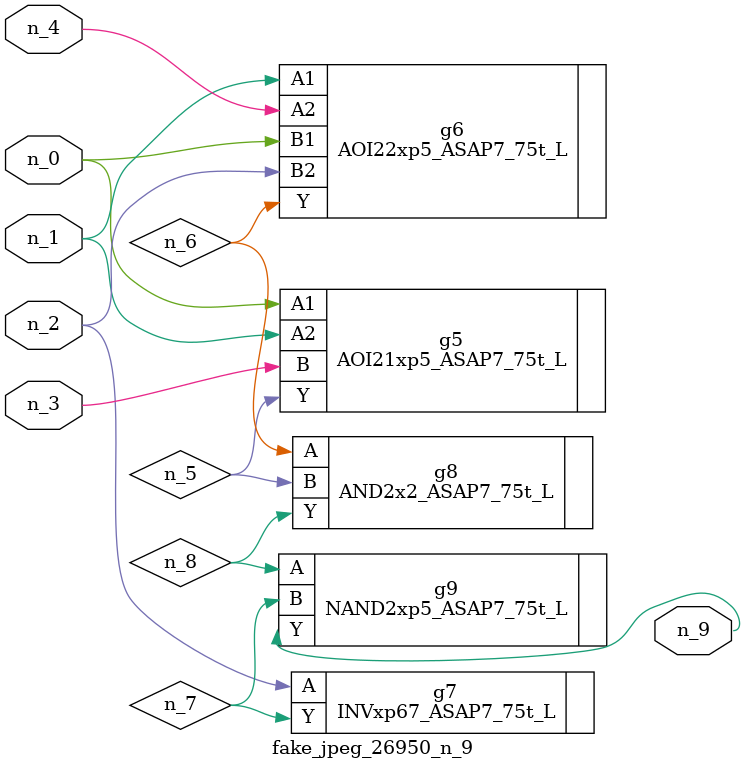
<source format=v>
module fake_jpeg_26950_n_9 (n_3, n_2, n_1, n_0, n_4, n_9);

input n_3;
input n_2;
input n_1;
input n_0;
input n_4;

output n_9;

wire n_8;
wire n_6;
wire n_5;
wire n_7;

AOI21xp5_ASAP7_75t_L g5 ( 
.A1(n_0),
.A2(n_1),
.B(n_3),
.Y(n_5)
);

AOI22xp5_ASAP7_75t_L g6 ( 
.A1(n_1),
.A2(n_4),
.B1(n_0),
.B2(n_2),
.Y(n_6)
);

INVxp67_ASAP7_75t_L g7 ( 
.A(n_2),
.Y(n_7)
);

AND2x2_ASAP7_75t_L g8 ( 
.A(n_6),
.B(n_5),
.Y(n_8)
);

NAND2xp5_ASAP7_75t_L g9 ( 
.A(n_8),
.B(n_7),
.Y(n_9)
);


endmodule
</source>
